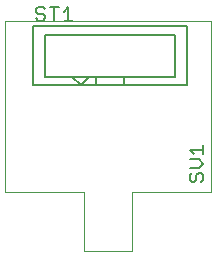
<source format=gto>
G75*
%MOIN*%
%OFA0B0*%
%FSLAX24Y24*%
%IPPOS*%
%LPD*%
%AMOC8*
5,1,8,0,0,1.08239X$1,22.5*
%
%ADD10C,0.0000*%
%ADD11C,0.0050*%
D10*
X000100Y002069D02*
X000100Y007777D01*
X006950Y007777D01*
X006950Y002069D01*
X004313Y002069D01*
X004313Y000100D01*
X002738Y000100D01*
X002738Y002069D01*
X000100Y002069D01*
D11*
X001041Y005616D02*
X001041Y007584D01*
X006159Y007584D01*
X006159Y005616D01*
X004072Y005616D01*
X003128Y005616D01*
X003128Y005891D01*
X004072Y005891D01*
X004072Y005616D01*
X004072Y005891D02*
X005765Y005891D01*
X005765Y007309D01*
X001435Y007309D01*
X001435Y005891D01*
X002340Y005891D01*
X002616Y005616D01*
X002891Y005891D01*
X002340Y005891D01*
X002616Y005616D02*
X001041Y005616D01*
X002616Y005616D02*
X003128Y005616D01*
X003128Y005891D02*
X002891Y005891D01*
X002346Y007775D02*
X002046Y007775D01*
X002196Y007775D02*
X002196Y008225D01*
X002046Y008075D01*
X001886Y008225D02*
X001585Y008225D01*
X001736Y008225D02*
X001736Y007775D01*
X001425Y007850D02*
X001350Y007775D01*
X001200Y007775D01*
X001125Y007850D01*
X001200Y008000D02*
X001350Y008000D01*
X001425Y007925D01*
X001425Y007850D01*
X001425Y008150D02*
X001350Y008225D01*
X001200Y008225D01*
X001125Y008150D01*
X001125Y008075D01*
X001200Y008000D01*
X006250Y003471D02*
X006400Y003321D01*
X006250Y003471D02*
X006700Y003471D01*
X006700Y003321D02*
X006700Y003621D01*
X006550Y003161D02*
X006250Y003161D01*
X006550Y003161D02*
X006700Y003011D01*
X006550Y002861D01*
X006250Y002861D01*
X006325Y002700D02*
X006250Y002625D01*
X006250Y002475D01*
X006325Y002400D01*
X006400Y002400D01*
X006475Y002475D01*
X006475Y002625D01*
X006550Y002700D01*
X006625Y002700D01*
X006700Y002625D01*
X006700Y002475D01*
X006625Y002400D01*
M02*

</source>
